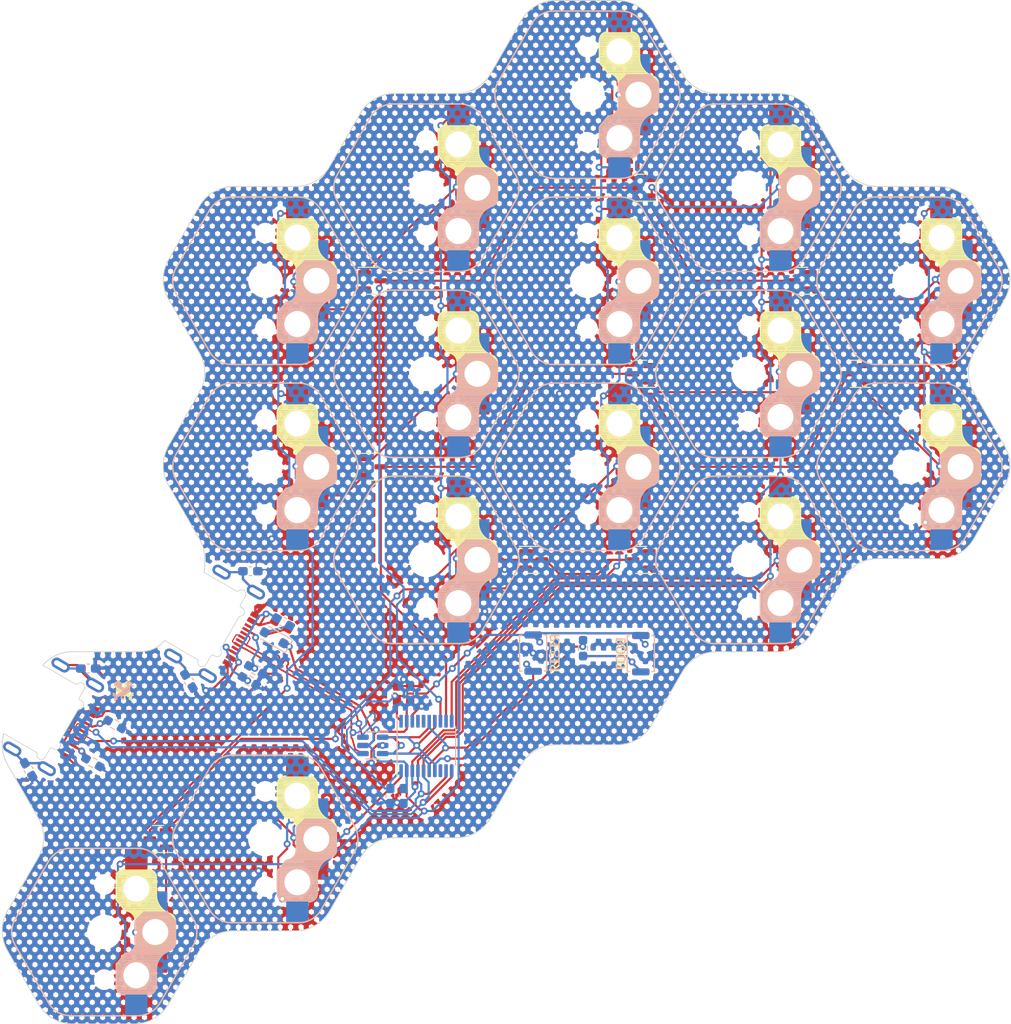
<source format=kicad_pcb>
(kicad_pcb (version 20221018) (generator pcbnew)

  (general
    (thickness 1.6)
  )

  (paper "A4")
  (layers
    (0 "F.Cu" signal)
    (31 "B.Cu" signal)
    (32 "B.Adhes" user "B.Adhesive")
    (33 "F.Adhes" user "F.Adhesive")
    (34 "B.Paste" user)
    (35 "F.Paste" user)
    (36 "B.SilkS" user "B.Silkscreen")
    (37 "F.SilkS" user "F.Silkscreen")
    (38 "B.Mask" user)
    (39 "F.Mask" user)
    (40 "Dwgs.User" user "User.Drawings")
    (41 "Cmts.User" user "User.Comments")
    (42 "Eco1.User" user "User.Eco1")
    (43 "Eco2.User" user "User.Eco2")
    (44 "Edge.Cuts" user)
    (45 "Margin" user)
    (46 "B.CrtYd" user "B.Courtyard")
    (47 "F.CrtYd" user "F.Courtyard")
    (48 "B.Fab" user)
    (49 "F.Fab" user)
    (50 "User.1" user)
    (51 "User.2" user)
    (52 "User.3" user)
    (53 "User.4" user)
    (54 "User.5" user)
    (55 "User.6" user)
    (56 "User.7" user)
    (57 "User.8" user)
    (58 "User.9" user)
  )

  (setup
    (pad_to_mask_clearance 0)
    (pcbplotparams
      (layerselection 0x00010fc_ffffffff)
      (plot_on_all_layers_selection 0x0000000_00000000)
      (disableapertmacros false)
      (usegerberextensions false)
      (usegerberattributes true)
      (usegerberadvancedattributes true)
      (creategerberjobfile true)
      (dashed_line_dash_ratio 12.000000)
      (dashed_line_gap_ratio 3.000000)
      (svgprecision 4)
      (plotframeref false)
      (viasonmask false)
      (mode 1)
      (useauxorigin false)
      (hpglpennumber 1)
      (hpglpenspeed 20)
      (hpglpendiameter 15.000000)
      (dxfpolygonmode true)
      (dxfimperialunits true)
      (dxfusepcbnewfont true)
      (psnegative false)
      (psa4output false)
      (plotreference true)
      (plotvalue true)
      (plotinvisibletext false)
      (sketchpadsonfab false)
      (subtractmaskfromsilk false)
      (outputformat 1)
      (mirror false)
      (drillshape 1)
      (scaleselection 1)
      (outputdirectory "")
    )
  )

  (net 0 "")
  (net 1 "+3.3V")
  (net 2 "Net-(CH1-Pad2)")
  (net 3 "Net-(CH2-Pad2)")
  (net 4 "GND")
  (net 5 "Net-(CH4-Pad2)")
  (net 6 "Net-(CH5-Pad2)")
  (net 7 "+5V")
  (net 8 "Net-(CH6-Pad2)")
  (net 9 "c1")
  (net 10 "c2")
  (net 11 "unconnected-(D6-A-Pad2)")
  (net 12 "Net-(CH8-Pad2)")
  (net 13 "unconnected-(D7-A-Pad2)")
  (net 14 "Net-(CH9-Pad2)")
  (net 15 "unconnected-(D8-A-Pad2)")
  (net 16 "c3")
  (net 17 "c4")
  (net 18 "Net-(CH11-Pad2)")
  (net 19 "c5")
  (net 20 "Net-(CH13-Pad2)")
  (net 21 "Net-(CH14-Pad2)")
  (net 22 "r1")
  (net 23 "r2")
  (net 24 "r3")
  (net 25 "Net-(D10-A)")
  (net 26 "VBUS")
  (net 27 "P32")
  (net 28 "P14")
  (net 29 "P15")
  (net 30 "P16")
  (net 31 "P17")
  (net 32 "RST")
  (net 33 "P10")
  (net 34 "P11")
  (net 35 "unconnected-(U1-P10-Pad7)")
  (net 36 "unconnected-(U1-P11-Pad8)")
  (net 37 "P33")
  (net 38 "P34")
  (net 39 "P35")
  (net 40 "UDP")
  (net 41 "UDM")
  (net 42 "PORT-")
  (net 43 "PORT+")
  (net 44 "Net-(D11-A)")
  (net 45 "Net-(J3-SHIELD)")
  (net 46 "Net-(J3-CC1)")
  (net 47 "Net-(J3-CC2)")
  (net 48 "BOOT")
  (net 49 "Net-(CH7-Pad2)")
  (net 50 "Net-(CH10-Pad2)")
  (net 51 "Net-(CH3-Pad2)")
  (net 52 "Net-(CH15-Pad2)")
  (net 53 "Net-(CH12-Pad2)")
  (net 54 "unconnected-(U1-P12-Pad17)")
  (net 55 "unconnected-(U1-P13-Pad16)")
  (net 56 "Net-(J2-CC1)")
  (net 57 "RX_L_TX_R")
  (net 58 "TX_L_RX_R")
  (net 59 "Net-(J2-CC2)")
  (net 60 "Net-(J2-SHIELD)")
  (net 61 "unconnected-(U2-P31-Pad9)")
  (net 62 "unconnected-(U2-P30-Pad10)")

  (footprint "Capacitor_SMD:C_0603_1608Metric_Pad1.08x0.95mm_HandSolder" (layer "F.Cu") (at 59.51275 110.251053 -60))

  (footprint "Capacitor_SMD:C_0603_1608Metric_Pad1.08x0.95mm_HandSolder" (layer "F.Cu") (at 102.108 101.4465 90))

  (footprint "Fuse:Fuse_0603_1608Metric_Pad1.05x0.95mm_HandSolder" (layer "F.Cu") (at 88.770152 93.514048 150))

  (footprint "s-ol:PG1350_hotswap_reversible" (layer "F.Cu") (at 68.271677 129 90))

  (footprint "s-ol:PG1350_hotswap_reversible" (layer "F.Cu") (at 124.13032 53.75 90))

  (footprint "s-ol:PG1350_hotswap_reversible" (layer "F.Cu") (at 105.510772 86 90))

  (footprint "Resistor_SMD:R_0603_1608Metric_Pad0.98x0.95mm_HandSolder" (layer "F.Cu") (at 85.772952 98.705351 -30))

  (footprint "Capacitor_SMD:C_0603_1608Metric_Pad1.08x0.95mm_HandSolder" (layer "F.Cu") (at 85.160808 87.30456))

  (footprint "Button_Switch_SMD:SW_Push_SPST_NO_Alps_SKRK" (layer "F.Cu") (at 117.856 96.774 90))

  (footprint "Package_TO_SOT_SMD:SOT-23" (layer "F.Cu") (at 99.304256 75.250001))

  (footprint "Capacitor_SMD:C_0603_1608Metric_Pad1.08x0.95mm_HandSolder" (layer "F.Cu") (at 78.04881 100.004559 -60))

  (footprint "s-ol:PG1350_hotswap_reversible" (layer "F.Cu") (at 86.891224 75.250001 90))

  (footprint "Package_TO_SOT_SMD:SOT-23" (layer "F.Cu") (at 130.336836 86 180))

  (footprint "Resistor_SMD:R_0603_1608Metric_Pad0.98x0.95mm_HandSolder" (layer "F.Cu") (at 69.479374 105.019768 -30))

  (footprint "Capacitor_SMD:C_0603_1608Metric_Pad1.08x0.95mm_HandSolder" (layer "F.Cu") (at 103.632 101.4465 90))

  (footprint "Resistor_SMD:R_0603_1608Metric_Pad0.98x0.95mm_HandSolder" (layer "F.Cu") (at 66.939374 109.419177 -30))

  (footprint "s-ol:PG1350_hotswap_reversible" (layer "F.Cu")
    (tstamp 884d699b-0410-4f87-afca-b2c485459418)
    (at 124.13032 75.25 90)
    (property "Sheetfile" "nunchuck.kicad_sch")
    (property "Sheetname" "")
    (property "ki_description" "Push button switch, normally open, two pins, 45° tilted")
    (property "ki_keywords" "switch normally-open pushbutton push-button")
    (path "/123b2aa4-242e-4004-808a-fc47f4e85989")
    (attr smd)
    (fp_text reference "CH10" (at 7.5 -5.9 90 unlocked) (layer "F.SilkS") hide
        (effects (font (size 1 1) (thickness 0.15)) (justify right))
      (tstamp 40b3bcf0-9a73-4e60-b4db-ab586b4fac93)
    )
    (fp_text value "choc_SW_HS" (at 0.35 1.9 90 unlocked) (layer "F.Fab")
        (effects (font (size 1 1) (thickness 0.15)))
      (tstamp c12f24df-96cd-40f4-961f-ec4b2cc86891)
    )
    (fp_line (start -9.674999 3.853813) (end -9.674999 -3.853813)
      (stroke (width 0.15) (type solid)) (layer "B.SilkS") (tstamp a76ea651-7cc5-4ab2-ba04-c83b997eab96))
    (fp_line (start -8.175 -6.451889) (end -1.499999 -10.305702)
      (stroke (width 0.15) (type solid)) (layer "B.SilkS") (tstamp ae21b409-0164-4994-bfad-5719480892c2))
    (fp_line (start -7.15 5.5) (end -7.15 1.9)
      (stroke (width 0.15) (type solid)) (layer "B.SilkS") (tstamp fff7fbd8-209d-4945-a1b6-186da8e1a9b8))
    (fp_line (start -7 5.7) (end -7 1.7)
      (stroke (width 0.15) (type solid)) (layer "B.SilkS") (tstamp 0bf5d821-527b-4990-bdf4-4a90a3f5613e))
    (fp_line (start -6.85 5.8) (end -6.85 1.6)
      (stroke (width 0.15) (type solid)) (layer "B.SilkS") (tstamp 1aa47592-5821-47c5-9959-bd89807a4c65))
    (fp_line (start -6.7 5.9) (end -6.7 1.5)
      (stroke (width 0.15) (type solid)) (layer "B.SilkS") (tstamp 8298e356-071e-4044-abd6-99256e44fae2))
    (fp_line (start -6.55 5.95) (end -6.55 1.45)
      (stroke (width 0.15) (type solid)) (layer "B.SilkS") (tstamp fc81b04d-6c56-4192-8f51-0b6ef18d0275))
    (fp_line (start -6.4 6) (end -6.4 1.45)
      (stroke (width 0.15) (type solid)) (layer "B.SilkS") (tstamp 46462e01-e935-422c-b01d-471f8fb3f06e))
    (fp_line (start -6.25 6) (end -6.25 1.4)
      (stroke (width 0.15) (type solid)) (layer "B.SilkS") (tstamp 4b5081ec-3c71-4adf-91b7-c099c215eae7))
    (fp_line (start -6.1 6) (end -6.1 1.4)
      (stroke (width 0.15) (type solid)) (layer "B.SilkS") (tstamp d81ea16f-e3cd-477d-af1c-54ac4b18145c))
    (fp_line (start -5.95 6) (end -5.95 1.4)
      (stroke (width 0.15) (type solid)) (layer "B.SilkS") (tstamp 45a31cb8-3d18-4473-8e03-cd89a41e9173))
    (fp_line (start -5.8 6) (end -5.8 1.4)
      (stroke (width 0.15) (type solid)) (layer "B.SilkS") (tstamp 052aac3a-0f7b-4c08-a662-76396ff72127))
    (fp_line (start -5.65 6) (end -5.65 1.4)
      (stroke (width 0.15) (type solid)) (layer "B.SilkS") (tstamp 4b266625-998d-46a3-9acb-695380d058db))
    (fp_line (start -5.5 6) (end -5.5 1.4)
      (stroke (width 0.15) (type solid)) (layer "B.SilkS") (tstamp 9fd2ccca-8daf-4e7d-89c5-f5bf16402de7))
    (fp_line (start -5.35 6) (end -5.35 1.4)
      (stroke (width 0.15) (type solid)) (layer "B.SilkS") (tstamp 63cf4632-dc1d-4964-be1f-93e0090071f7))
    (fp_line (start -5.2 6) (end -5.2 1.4)
      (stroke (width 0.15) (type solid)) (layer "B.SilkS") (tstamp 233049cb-12e9-4eae-a3f9-4ac002e83824))
    (fp_line (start -5.05 6) (end -5.05 1.4)
      (stroke (width 0.15) (type solid)) (layer "B.SilkS") (tstamp 8223d620-ffe6-4ae1-b496-ff229e53f604))
    (fp_line (start -4.9 6) (end -4.9 1.4)
      (stroke (width 0.15) (type solid)) (layer "B.SilkS") (tstamp 0c0cb4d0-dae2-47f5-8ef2-23acc4315daa))
    (fp_line (start -4.75 6) (end -4.75 1.4)
      (stroke (width 0.15) (type solid)) (layer "B.SilkS") (tstamp 22bdcd52-403b-4842-8381-dbd4a3a1822a))
    (fp_line (start -4.65 5.9) (end -4.65 1.4)
      (stroke (width 0.12) (type solid)) (layer "B.SilkS") (tstamp a1b42648-7449-4695-a20f-4d75d87087ea))
    (fp_line (start -4.6 6) (end -4.6 1.4)
      (stroke (width 0.15) (type solid)) (layer "B.SilkS") (tstamp 91a727d3-87ee-4576-8a3b-802e0d947039))
    (fp_line (start -4.45 6) (end -4.45 1.4)
      (stroke (width 0.15) (type solid)) (layer "B.SilkS") (tstamp c4f9aaa9-d91f-464a-bca8-b9b27dcd6a76))
    (fp_line (start -4.3 6) (end -4.3 1.4)
      (stroke (width 0.15) (type solid)) (layer "B.SilkS") (tstamp aec3095d-61ef-49cf-9a79-75fa811a86dc))
    (fp_line (start -4.3 6.025) (end -6.275 6.025)
      (stroke (width 0.15) (type solid)) (layer "B.SilkS") (tstamp e5e2e523-9e23-40c3-b3be-326d340818fe))
    (fp_line (start -4.15 6) (end -4.15 1.45)
      (stroke (width 0.15) (type solid)) (layer "B.SilkS") (tstamp 11c05439-ea2d-433e-9297-f6d26b7703f8))
    (fp_line (start -4 6.05) (end -4 1.4)
      (stroke (width 0.15) (type solid)) (layer "B.SilkS") (tstamp 49bd02c4-1bd4-41ec-aa34-a26d943c5fb8))
    (fp_line (start -3.85 6.05) (end -3.85 1.4)
      (stroke (width 0.15) (type solid)) (layer "B.SilkS") (tstamp 772effb1-2915-40ad-a787-87cbc4895c68))
    (fp_line (start -3.725 1.375) (end -6.275 1.375)
      (stroke (width 0.15) (type solid)) (layer "B.SilkS") (tstamp 635964ae-b234-456d-b33a-484a5f282e4d))
    (fp_line (start -3.725 1.375) (end -2.45 2.4)
      (stroke (width 0.15) (type solid)) (layer "B.SilkS") (tstamp 3fdc5d68-c23b-4233-bd0b-f7f91b5e7cf5))
    (fp_line (start -3.7 6.05) (end -3.7 1.45)
      (stroke (width 0.15) (type solid)) (layer "B.SilkS") (tstamp 29c1d80d-0b52-4cd1-8309-5bd90be03346))
    (fp_line (start -3.55 6.1) (end -3.55 1.55)
      (stroke (width 0.15) (type solid)) (layer "B.SilkS") (tstamp 1151107f-5d19-4744-b940-d1674f867739))
    (fp_line (start -3.4 6.2) (end -3.4 1.65)
      (stroke (width 0.15) (type solid)) (layer "B.SilkS") (tstamp e2758131-1849-4535-b2e4-735f7c2b035b))
    (fp_line (start -3.25 6.25) (end -3.25 1.8)
      (stroke (width 0.15) (type solid)) (layer "B.SilkS") (tstamp 7912706c-d9ec-4a6d-a611-c829f6f24b10))
    (fp_line (start -3.1 6.35) (end -3.1 1.9)
      (stroke (width 0.15) (type solid)) (layer "B.SilkS") (tstamp d3e02632-8dfc-4e2d-89b7-6713507b71e3))
    (fp_line (start -2.95 6.45) (end -2.95 2.05)
      (stroke (width 0.15) (type solid)) (layer "B.SilkS") (tstamp 4de9fcb0-41dc-4403-aec6-700316cdcc43))
    (fp_line (start -2.8 6.55) (end -2.8 2.15)
      (stroke (width 0.15) (type solid)) (layer "B.SilkS") (tstamp 8fbf2b59-f76e-47f4-8710-903960f78e9c))
    (fp_line (start -2.65 6.7) (end -2.65 2.25)
      (stroke (width 0.15) (type solid)) (layer "B.SilkS") (tstamp 391d6c0d-0686-486b-a399-aa6f3724f3db))
    (fp_li
... [8185861 chars truncated]
</source>
